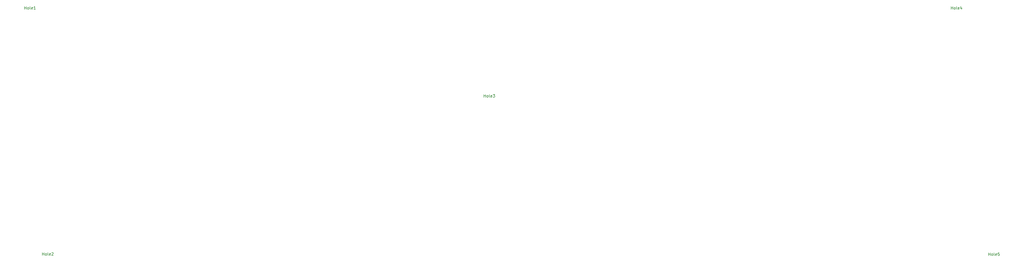
<source format=gto>
G04 #@! TF.GenerationSoftware,KiCad,Pcbnew,5.0.2-bee76a0~70~ubuntu18.04.1*
G04 #@! TF.CreationDate,2020-02-19T02:48:56+09:00*
G04 #@! TF.ProjectId,amatelus73,616d6174-656c-4757-9337-332e6b696361,rev?*
G04 #@! TF.SameCoordinates,Original*
G04 #@! TF.FileFunction,Legend,Top*
G04 #@! TF.FilePolarity,Positive*
%FSLAX46Y46*%
G04 Gerber Fmt 4.6, Leading zero omitted, Abs format (unit mm)*
G04 Created by KiCad (PCBNEW 5.0.2-bee76a0~70~ubuntu18.04.1) date 2020年02月19日 02時48分56秒*
%MOMM*%
%LPD*%
G01*
G04 APERTURE LIST*
%ADD10C,0.150000*%
G04 APERTURE END LIST*
G04 #@! TO.C,Hole2*
D10*
X26670238Y-119426380D02*
X26670238Y-118426380D01*
X26670238Y-118902571D02*
X27241666Y-118902571D01*
X27241666Y-119426380D02*
X27241666Y-118426380D01*
X27860714Y-119426380D02*
X27765476Y-119378761D01*
X27717857Y-119331142D01*
X27670238Y-119235904D01*
X27670238Y-118950190D01*
X27717857Y-118854952D01*
X27765476Y-118807333D01*
X27860714Y-118759714D01*
X28003571Y-118759714D01*
X28098809Y-118807333D01*
X28146428Y-118854952D01*
X28194047Y-118950190D01*
X28194047Y-119235904D01*
X28146428Y-119331142D01*
X28098809Y-119378761D01*
X28003571Y-119426380D01*
X27860714Y-119426380D01*
X28765476Y-119426380D02*
X28670238Y-119378761D01*
X28622619Y-119283523D01*
X28622619Y-118426380D01*
X29527380Y-119378761D02*
X29432142Y-119426380D01*
X29241666Y-119426380D01*
X29146428Y-119378761D01*
X29098809Y-119283523D01*
X29098809Y-118902571D01*
X29146428Y-118807333D01*
X29241666Y-118759714D01*
X29432142Y-118759714D01*
X29527380Y-118807333D01*
X29575000Y-118902571D01*
X29575000Y-118997809D01*
X29098809Y-119093047D01*
X29955952Y-118521619D02*
X30003571Y-118474000D01*
X30098809Y-118426380D01*
X30336904Y-118426380D01*
X30432142Y-118474000D01*
X30479761Y-118521619D01*
X30527380Y-118616857D01*
X30527380Y-118712095D01*
X30479761Y-118854952D01*
X29908333Y-119426380D01*
X30527380Y-119426380D01*
G04 #@! TO.C,Hole5*
X363220238Y-119490380D02*
X363220238Y-118490380D01*
X363220238Y-118966571D02*
X363791666Y-118966571D01*
X363791666Y-119490380D02*
X363791666Y-118490380D01*
X364410714Y-119490380D02*
X364315476Y-119442761D01*
X364267857Y-119395142D01*
X364220238Y-119299904D01*
X364220238Y-119014190D01*
X364267857Y-118918952D01*
X364315476Y-118871333D01*
X364410714Y-118823714D01*
X364553571Y-118823714D01*
X364648809Y-118871333D01*
X364696428Y-118918952D01*
X364744047Y-119014190D01*
X364744047Y-119299904D01*
X364696428Y-119395142D01*
X364648809Y-119442761D01*
X364553571Y-119490380D01*
X364410714Y-119490380D01*
X365315476Y-119490380D02*
X365220238Y-119442761D01*
X365172619Y-119347523D01*
X365172619Y-118490380D01*
X366077380Y-119442761D02*
X365982142Y-119490380D01*
X365791666Y-119490380D01*
X365696428Y-119442761D01*
X365648809Y-119347523D01*
X365648809Y-118966571D01*
X365696428Y-118871333D01*
X365791666Y-118823714D01*
X365982142Y-118823714D01*
X366077380Y-118871333D01*
X366125000Y-118966571D01*
X366125000Y-119061809D01*
X365648809Y-119157047D01*
X367029761Y-118490380D02*
X366553571Y-118490380D01*
X366505952Y-118966571D01*
X366553571Y-118918952D01*
X366648809Y-118871333D01*
X366886904Y-118871333D01*
X366982142Y-118918952D01*
X367029761Y-118966571D01*
X367077380Y-119061809D01*
X367077380Y-119299904D01*
X367029761Y-119395142D01*
X366982142Y-119442761D01*
X366886904Y-119490380D01*
X366648809Y-119490380D01*
X366553571Y-119442761D01*
X366505952Y-119395142D01*
G04 #@! TO.C,Hole1*
X20320238Y-31859880D02*
X20320238Y-30859880D01*
X20320238Y-31336071D02*
X20891666Y-31336071D01*
X20891666Y-31859880D02*
X20891666Y-30859880D01*
X21510714Y-31859880D02*
X21415476Y-31812261D01*
X21367857Y-31764642D01*
X21320238Y-31669404D01*
X21320238Y-31383690D01*
X21367857Y-31288452D01*
X21415476Y-31240833D01*
X21510714Y-31193214D01*
X21653571Y-31193214D01*
X21748809Y-31240833D01*
X21796428Y-31288452D01*
X21844047Y-31383690D01*
X21844047Y-31669404D01*
X21796428Y-31764642D01*
X21748809Y-31812261D01*
X21653571Y-31859880D01*
X21510714Y-31859880D01*
X22415476Y-31859880D02*
X22320238Y-31812261D01*
X22272619Y-31717023D01*
X22272619Y-30859880D01*
X23177380Y-31812261D02*
X23082142Y-31859880D01*
X22891666Y-31859880D01*
X22796428Y-31812261D01*
X22748809Y-31717023D01*
X22748809Y-31336071D01*
X22796428Y-31240833D01*
X22891666Y-31193214D01*
X23082142Y-31193214D01*
X23177380Y-31240833D01*
X23225000Y-31336071D01*
X23225000Y-31431309D01*
X22748809Y-31526547D01*
X24177380Y-31859880D02*
X23605952Y-31859880D01*
X23891666Y-31859880D02*
X23891666Y-30859880D01*
X23796428Y-31002738D01*
X23701190Y-31097976D01*
X23605952Y-31145595D01*
G04 #@! TO.C,Hole3*
X183705238Y-63165380D02*
X183705238Y-62165380D01*
X183705238Y-62641571D02*
X184276666Y-62641571D01*
X184276666Y-63165380D02*
X184276666Y-62165380D01*
X184895714Y-63165380D02*
X184800476Y-63117761D01*
X184752857Y-63070142D01*
X184705238Y-62974904D01*
X184705238Y-62689190D01*
X184752857Y-62593952D01*
X184800476Y-62546333D01*
X184895714Y-62498714D01*
X185038571Y-62498714D01*
X185133809Y-62546333D01*
X185181428Y-62593952D01*
X185229047Y-62689190D01*
X185229047Y-62974904D01*
X185181428Y-63070142D01*
X185133809Y-63117761D01*
X185038571Y-63165380D01*
X184895714Y-63165380D01*
X185800476Y-63165380D02*
X185705238Y-63117761D01*
X185657619Y-63022523D01*
X185657619Y-62165380D01*
X186562380Y-63117761D02*
X186467142Y-63165380D01*
X186276666Y-63165380D01*
X186181428Y-63117761D01*
X186133809Y-63022523D01*
X186133809Y-62641571D01*
X186181428Y-62546333D01*
X186276666Y-62498714D01*
X186467142Y-62498714D01*
X186562380Y-62546333D01*
X186610000Y-62641571D01*
X186610000Y-62736809D01*
X186133809Y-62832047D01*
X186943333Y-62165380D02*
X187562380Y-62165380D01*
X187229047Y-62546333D01*
X187371904Y-62546333D01*
X187467142Y-62593952D01*
X187514761Y-62641571D01*
X187562380Y-62736809D01*
X187562380Y-62974904D01*
X187514761Y-63070142D01*
X187467142Y-63117761D01*
X187371904Y-63165380D01*
X187086190Y-63165380D01*
X186990952Y-63117761D01*
X186943333Y-63070142D01*
G04 #@! TO.C,Hole4*
X349885238Y-31859880D02*
X349885238Y-30859880D01*
X349885238Y-31336071D02*
X350456666Y-31336071D01*
X350456666Y-31859880D02*
X350456666Y-30859880D01*
X351075714Y-31859880D02*
X350980476Y-31812261D01*
X350932857Y-31764642D01*
X350885238Y-31669404D01*
X350885238Y-31383690D01*
X350932857Y-31288452D01*
X350980476Y-31240833D01*
X351075714Y-31193214D01*
X351218571Y-31193214D01*
X351313809Y-31240833D01*
X351361428Y-31288452D01*
X351409047Y-31383690D01*
X351409047Y-31669404D01*
X351361428Y-31764642D01*
X351313809Y-31812261D01*
X351218571Y-31859880D01*
X351075714Y-31859880D01*
X351980476Y-31859880D02*
X351885238Y-31812261D01*
X351837619Y-31717023D01*
X351837619Y-30859880D01*
X352742380Y-31812261D02*
X352647142Y-31859880D01*
X352456666Y-31859880D01*
X352361428Y-31812261D01*
X352313809Y-31717023D01*
X352313809Y-31336071D01*
X352361428Y-31240833D01*
X352456666Y-31193214D01*
X352647142Y-31193214D01*
X352742380Y-31240833D01*
X352790000Y-31336071D01*
X352790000Y-31431309D01*
X352313809Y-31526547D01*
X353647142Y-31193214D02*
X353647142Y-31859880D01*
X353409047Y-30812261D02*
X353170952Y-31526547D01*
X353790000Y-31526547D01*
G04 #@! TD*
M02*

</source>
